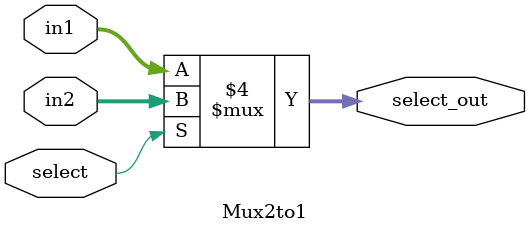
<source format=v>

module Mux2to1 (in1, in2, select, select_out);
    //input clk, rst;
    input [6:0] in1, in2; // 7-bit inputs
    input select;
    output [6:0] select_out;
    reg [6:0] select_out;
    
    always@(select)
        begin
            if (select == 1'b0) begin
	        select_out = in1;
	     end
	    else begin // if select == 1'b1
	        select_out = in2;
	     end
        end
endmodule

</source>
